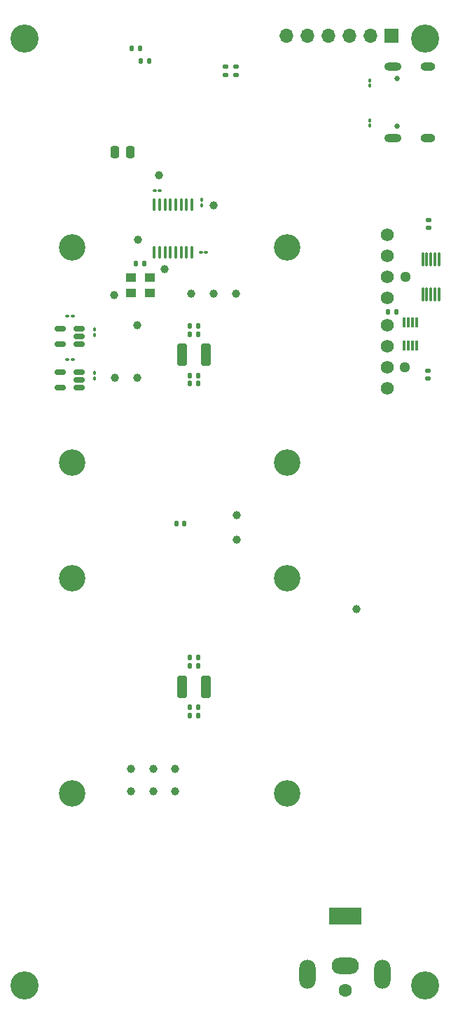
<source format=gbr>
%TF.GenerationSoftware,KiCad,Pcbnew,8.0.4*%
%TF.CreationDate,2024-09-12T18:41:14+02:00*%
%TF.ProjectId,BitForgeNano,42697446-6f72-4676-954e-616e6f2e6b69,rev?*%
%TF.SameCoordinates,Original*%
%TF.FileFunction,Soldermask,Bot*%
%TF.FilePolarity,Negative*%
%FSLAX46Y46*%
G04 Gerber Fmt 4.6, Leading zero omitted, Abs format (unit mm)*
G04 Created by KiCad (PCBNEW 8.0.4) date 2024-09-12 18:41:14*
%MOMM*%
%LPD*%
G01*
G04 APERTURE LIST*
G04 Aperture macros list*
%AMRoundRect*
0 Rectangle with rounded corners*
0 $1 Rounding radius*
0 $2 $3 $4 $5 $6 $7 $8 $9 X,Y pos of 4 corners*
0 Add a 4 corners polygon primitive as box body*
4,1,4,$2,$3,$4,$5,$6,$7,$8,$9,$2,$3,0*
0 Add four circle primitives for the rounded corners*
1,1,$1+$1,$2,$3*
1,1,$1+$1,$4,$5*
1,1,$1+$1,$6,$7*
1,1,$1+$1,$8,$9*
0 Add four rect primitives between the rounded corners*
20,1,$1+$1,$2,$3,$4,$5,0*
20,1,$1+$1,$4,$5,$6,$7,0*
20,1,$1+$1,$6,$7,$8,$9,0*
20,1,$1+$1,$8,$9,$2,$3,0*%
G04 Aperture macros list end*
%ADD10C,3.200000*%
%ADD11C,3.400000*%
%ADD12C,0.650000*%
%ADD13O,2.100000X1.000000*%
%ADD14O,1.800000X1.000000*%
%ADD15C,1.600000*%
%ADD16R,4.000000X2.000000*%
%ADD17O,2.000000X3.500000*%
%ADD18O,3.300000X2.000000*%
%ADD19C,1.295400*%
%ADD20C,1.574800*%
%ADD21R,1.700000X1.700000*%
%ADD22O,1.700000X1.700000*%
%ADD23C,1.000000*%
%ADD24RoundRect,0.135000X0.185000X-0.135000X0.185000X0.135000X-0.185000X0.135000X-0.185000X-0.135000X0*%
%ADD25RoundRect,0.140000X-0.140000X-0.170000X0.140000X-0.170000X0.140000X0.170000X-0.140000X0.170000X0*%
%ADD26RoundRect,0.250000X-0.325000X-1.100000X0.325000X-1.100000X0.325000X1.100000X-0.325000X1.100000X0*%
%ADD27RoundRect,0.100000X0.130000X0.100000X-0.130000X0.100000X-0.130000X-0.100000X0.130000X-0.100000X0*%
%ADD28RoundRect,0.100000X0.100000X-0.637500X0.100000X0.637500X-0.100000X0.637500X-0.100000X-0.637500X0*%
%ADD29RoundRect,0.250000X-0.250000X-0.475000X0.250000X-0.475000X0.250000X0.475000X-0.250000X0.475000X0*%
%ADD30RoundRect,0.087500X-0.087500X0.725000X-0.087500X-0.725000X0.087500X-0.725000X0.087500X0.725000X0*%
%ADD31RoundRect,0.140000X0.170000X-0.140000X0.170000X0.140000X-0.170000X0.140000X-0.170000X-0.140000X0*%
%ADD32RoundRect,0.150000X-0.512500X-0.150000X0.512500X-0.150000X0.512500X0.150000X-0.512500X0.150000X0*%
%ADD33R,1.300000X1.100000*%
%ADD34RoundRect,0.135000X0.135000X0.185000X-0.135000X0.185000X-0.135000X-0.185000X0.135000X-0.185000X0*%
%ADD35RoundRect,0.087500X-0.087500X0.537500X-0.087500X-0.537500X0.087500X-0.537500X0.087500X0.537500X0*%
%ADD36RoundRect,0.140000X-0.170000X0.140000X-0.170000X-0.140000X0.170000X-0.140000X0.170000X0.140000X0*%
%ADD37RoundRect,0.100000X0.100000X-0.130000X0.100000X0.130000X-0.100000X0.130000X-0.100000X-0.130000X0*%
%ADD38RoundRect,0.100000X-0.100000X0.130000X-0.100000X-0.130000X0.100000X-0.130000X0.100000X0.130000X0*%
%ADD39RoundRect,0.135000X-0.185000X0.135000X-0.185000X-0.135000X0.185000X-0.135000X0.185000X0.135000X0*%
G04 APERTURE END LIST*
D10*
%TO.C,H2*%
X54000000Y-140000000D03*
%TD*%
D11*
%TO.C,*%
X48300000Y-163200011D03*
%TD*%
D10*
%TO.C,H4*%
X54000000Y-114000000D03*
%TD*%
%TO.C,H5*%
X80000000Y-100000000D03*
%TD*%
D12*
%TO.C,J5*%
X93330000Y-59415000D03*
X93330000Y-53635000D03*
D13*
X92830000Y-60845000D03*
D14*
X97010000Y-60845000D03*
D13*
X92830000Y-52205000D03*
D14*
X97010000Y-52205000D03*
%TD*%
D15*
%TO.C,J1*%
X87000000Y-163800000D03*
D16*
X87000000Y-154800000D03*
D17*
X82500000Y-161800000D03*
D18*
X87000000Y-160800000D03*
D17*
X91500000Y-161800000D03*
%TD*%
D19*
%TO.C,J8*%
X94260001Y-88540000D03*
D20*
X92100000Y-83460000D03*
X92100000Y-86000000D03*
X92100000Y-88540000D03*
X92100000Y-91080000D03*
%TD*%
D11*
%TO.C,*%
X96700000Y-163200011D03*
%TD*%
%TO.C,*%
X48300000Y-48800011D03*
%TD*%
D21*
%TO.C,J7*%
X92660000Y-48500000D03*
D22*
X90120000Y-48500000D03*
X87580000Y-48500000D03*
X85040000Y-48500000D03*
X82500000Y-48500000D03*
X79960000Y-48500000D03*
%TD*%
D10*
%TO.C,H7*%
X80000000Y-74000000D03*
%TD*%
%TO.C,H3*%
X80000000Y-114000000D03*
%TD*%
%TO.C,H8*%
X54000000Y-74000000D03*
%TD*%
%TO.C,H6*%
X54000000Y-100000000D03*
%TD*%
D11*
%TO.C,*%
X96700000Y-48799991D03*
%TD*%
D19*
%TO.C,J6*%
X94298852Y-77559400D03*
D20*
X92138851Y-72479400D03*
X92138851Y-75019400D03*
X92138851Y-77559400D03*
X92138851Y-80099400D03*
%TD*%
D10*
%TO.C,H1*%
X80000000Y-140000000D03*
%TD*%
D23*
%TO.C,TP26*%
X59200000Y-89800000D03*
%TD*%
%TO.C,TP22*%
X63800000Y-139700000D03*
%TD*%
D24*
%TO.C,R25*%
X72550000Y-52200000D03*
X72550000Y-53220000D03*
%TD*%
D23*
%TO.C,TP25*%
X61100000Y-137000000D03*
%TD*%
D25*
%TO.C,C46*%
X93180000Y-81800000D03*
X92220000Y-81800000D03*
%TD*%
D23*
%TO.C,TP6*%
X71122500Y-68937500D03*
%TD*%
%TO.C,TP16*%
X73900000Y-109300000D03*
%TD*%
%TO.C,TP27*%
X61900000Y-89800000D03*
%TD*%
D25*
%TO.C,C29*%
X69230000Y-83500000D03*
X68270000Y-83500000D03*
%TD*%
D26*
%TO.C,C41*%
X70225000Y-87000000D03*
X67275000Y-87000000D03*
%TD*%
D27*
%TO.C,R31*%
X63980000Y-67200000D03*
X64620000Y-67200000D03*
%TD*%
D28*
%TO.C,U9*%
X68500000Y-74625000D03*
X67850000Y-74625000D03*
X67200000Y-74625000D03*
X66550000Y-74625000D03*
X65900000Y-74625000D03*
X65250000Y-74625000D03*
X64600000Y-74625000D03*
X63950000Y-74625000D03*
X63950000Y-68900000D03*
X64600000Y-68900000D03*
X65250000Y-68900000D03*
X65900000Y-68900000D03*
X66550000Y-68900000D03*
X67200000Y-68900000D03*
X67850000Y-68900000D03*
X68500000Y-68900000D03*
%TD*%
D25*
%TO.C,C61*%
X69230000Y-129600000D03*
X68270000Y-129600000D03*
%TD*%
D29*
%TO.C,C47*%
X61050000Y-62500000D03*
X59150000Y-62500000D03*
%TD*%
D23*
%TO.C,TP10*%
X65200000Y-76700000D03*
%TD*%
D27*
%TO.C,C34*%
X53430000Y-87550000D03*
X54070000Y-87550000D03*
%TD*%
D30*
%TO.C,U2*%
X96400000Y-75487500D03*
X96900000Y-75487500D03*
X97400000Y-75487500D03*
X97900000Y-75487500D03*
X98400000Y-75487500D03*
X98400000Y-79712500D03*
X97900000Y-79712500D03*
X97400000Y-79712500D03*
X96900000Y-79712500D03*
X96400000Y-79712500D03*
%TD*%
D23*
%TO.C,TP24*%
X61100000Y-139700000D03*
%TD*%
D25*
%TO.C,C35*%
X62700000Y-76000000D03*
X61740000Y-76000000D03*
%TD*%
D23*
%TO.C,TP17*%
X73900000Y-106400000D03*
%TD*%
D31*
%TO.C,C45*%
X97000000Y-88920000D03*
X97000000Y-89880000D03*
%TD*%
D25*
%TO.C,C40*%
X69230000Y-90500000D03*
X68270000Y-90500000D03*
%TD*%
D26*
%TO.C,C64*%
X70225000Y-127100000D03*
X67275000Y-127100000D03*
%TD*%
D23*
%TO.C,TP18*%
X62000000Y-73100000D03*
%TD*%
%TO.C,TP9*%
X68400000Y-79600000D03*
%TD*%
%TO.C,TP20*%
X66500000Y-139700000D03*
%TD*%
D32*
%TO.C,U6*%
X54887500Y-89100000D03*
X54887500Y-90050000D03*
X54887500Y-91000000D03*
X52612500Y-91000000D03*
X52612500Y-89100000D03*
%TD*%
D33*
%TO.C,U11*%
X61150000Y-77650000D03*
X63450000Y-77650000D03*
X63450000Y-79550000D03*
X61150000Y-79550000D03*
%TD*%
D34*
%TO.C,R14*%
X62290000Y-51500000D03*
X63310000Y-51500000D03*
%TD*%
D25*
%TO.C,C60*%
X69230000Y-124600000D03*
X68270000Y-124600000D03*
%TD*%
D35*
%TO.C,U23*%
X95650000Y-85900000D03*
X95150000Y-85900000D03*
X94650000Y-85900000D03*
X94150000Y-85900000D03*
X94150000Y-83100000D03*
X94650000Y-83100000D03*
X95150000Y-83100000D03*
X95650000Y-83100000D03*
%TD*%
D25*
%TO.C,C30*%
X69230000Y-84500000D03*
X68270000Y-84500000D03*
%TD*%
D23*
%TO.C,TP2*%
X64500000Y-65300000D03*
%TD*%
D36*
%TO.C,C21*%
X97100000Y-71680000D03*
X97100000Y-70720000D03*
%TD*%
D27*
%TO.C,C32*%
X53430000Y-82300000D03*
X54070000Y-82300000D03*
%TD*%
D23*
%TO.C,TP7*%
X59100000Y-79800000D03*
%TD*%
D32*
%TO.C,U5*%
X54887500Y-83850000D03*
X54887500Y-84800000D03*
X54887500Y-85750000D03*
X52612500Y-85750000D03*
X52612500Y-83850000D03*
%TD*%
D23*
%TO.C,TP23*%
X63800000Y-137000000D03*
%TD*%
%TO.C,TP3*%
X88400000Y-117700000D03*
%TD*%
D37*
%TO.C,R29*%
X90000000Y-53860000D03*
X90000000Y-54500000D03*
%TD*%
D34*
%TO.C,R22*%
X61250000Y-50030000D03*
X62270000Y-50030000D03*
%TD*%
D37*
%TO.C,C33*%
X56750000Y-89230000D03*
X56750000Y-89870000D03*
%TD*%
D38*
%TO.C,R28*%
X90000000Y-59320000D03*
X90000000Y-58680000D03*
%TD*%
D39*
%TO.C,R26*%
X73800000Y-53220000D03*
X73800000Y-52200000D03*
%TD*%
D25*
%TO.C,C58*%
X69230000Y-130600000D03*
X68270000Y-130600000D03*
%TD*%
D23*
%TO.C,TP21*%
X66500000Y-137000000D03*
%TD*%
D37*
%TO.C,C15*%
X69700000Y-68280000D03*
X69700000Y-68920000D03*
%TD*%
D27*
%TO.C,C17*%
X69580000Y-74600000D03*
X70220000Y-74600000D03*
%TD*%
D23*
%TO.C,TP12*%
X73800000Y-79600000D03*
%TD*%
D37*
%TO.C,C31*%
X56750000Y-83980000D03*
X56750000Y-84620000D03*
%TD*%
D23*
%TO.C,TP11*%
X71100000Y-79600000D03*
%TD*%
D25*
%TO.C,C39*%
X69230000Y-89500000D03*
X68270000Y-89500000D03*
%TD*%
%TO.C,C59*%
X69230000Y-123600000D03*
X68270000Y-123600000D03*
%TD*%
%TO.C,C42*%
X67580000Y-107400000D03*
X66620000Y-107400000D03*
%TD*%
D23*
%TO.C,TP8*%
X61900000Y-83400000D03*
%TD*%
M02*

</source>
